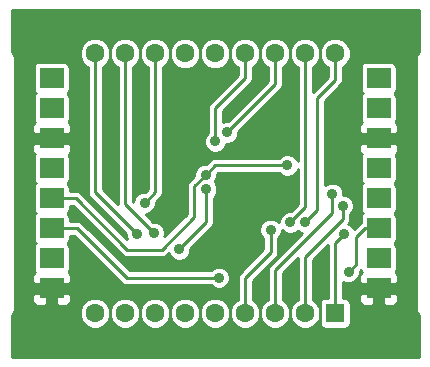
<source format=gbr>
G04 #@! TF.FileFunction,Copper,L2,Bot,Signal*
%FSLAX46Y46*%
G04 Gerber Fmt 4.6, Leading zero omitted, Abs format (unit mm)*
G04 Created by KiCad (PCBNEW (2015-12-09 BZR 6195)-product) date Mon Sep  5 18:49:27 2016*
%MOMM*%
G01*
G04 APERTURE LIST*
%ADD10C,0.100000*%
%ADD11R,1.600000X1.600000*%
%ADD12C,1.600000*%
%ADD13R,2.032000X1.778000*%
%ADD14C,1.143000*%
%ADD15C,0.889000*%
%ADD16C,0.254000*%
G04 APERTURE END LIST*
D10*
D11*
X154940000Y-110060000D03*
D12*
X152400000Y-110060000D03*
X149860000Y-110060000D03*
X147320000Y-110060000D03*
X144780000Y-110060000D03*
X142240000Y-110060000D03*
X139700000Y-110060000D03*
X137160000Y-110060000D03*
X134620000Y-110060000D03*
X134620000Y-88060000D03*
X137160000Y-88060000D03*
X139700000Y-88060000D03*
X142240000Y-88060000D03*
X144780000Y-88060000D03*
X147320000Y-88060000D03*
X149860000Y-88060000D03*
X152400000Y-88060000D03*
X154940000Y-88060000D03*
D13*
X130937000Y-90170000D03*
X130937000Y-92710000D03*
X130937000Y-95250000D03*
X130937000Y-97790000D03*
X130937000Y-100330000D03*
X130937000Y-102870000D03*
X130937000Y-105410000D03*
X130937000Y-107950000D03*
X158623000Y-107950000D03*
X158623000Y-105410000D03*
X158623000Y-102870000D03*
X158623000Y-100330000D03*
X158623000Y-97790000D03*
X158623000Y-95250000D03*
X158623000Y-92710000D03*
X158623000Y-90170000D03*
D14*
X148590000Y-111760000D03*
X140970000Y-111760000D03*
X140970000Y-86360000D03*
X148590000Y-86360000D03*
X141478000Y-92964000D03*
X141478000Y-94234000D03*
X145542000Y-105410000D03*
X147447000Y-103886000D03*
X133223000Y-99060000D03*
X158623000Y-111760000D03*
X130937000Y-111760000D03*
X130937000Y-86360000D03*
X158623000Y-86360000D03*
X155194000Y-91694000D03*
D15*
X150876000Y-97536000D03*
X143964052Y-98351948D03*
X156083000Y-106553000D03*
X145097520Y-107061000D03*
X141732006Y-104648000D03*
X144018000Y-99567998D03*
X138811000Y-100711000D03*
X138176000Y-103378000D03*
X139573000Y-103251000D03*
X149479000Y-102997000D03*
X151130000Y-102362000D03*
X152400000Y-102362000D03*
X155702000Y-103378000D03*
X155575000Y-100965000D03*
X154686000Y-99949000D03*
X144780000Y-95504000D03*
X145796000Y-94742000D03*
D16*
X140970000Y-86360000D02*
X138430000Y-86360000D01*
X143510000Y-86360000D02*
X140970000Y-86360000D01*
X146050000Y-86360000D02*
X143510000Y-86360000D01*
X148590000Y-86360000D02*
X146050000Y-86360000D01*
X146050000Y-111760000D02*
X146050000Y-105918000D01*
X146050000Y-105918000D02*
X145542000Y-105410000D01*
X141478000Y-92964000D02*
X141478000Y-94234000D01*
X153670000Y-111760000D02*
X153670000Y-108966000D01*
X151130000Y-111760000D02*
X151130000Y-109601000D01*
X148590000Y-111760000D02*
X148590000Y-109601000D01*
X143510000Y-111760000D02*
X143510000Y-109601000D01*
X140970000Y-111760000D02*
X140970000Y-109601000D01*
X138430000Y-111760000D02*
X138430000Y-109601000D01*
X146050000Y-111760000D02*
X143510000Y-111760000D01*
X143510000Y-111760000D02*
X140970000Y-111760000D01*
X140970000Y-111760000D02*
X138430000Y-111760000D01*
X138430000Y-111760000D02*
X135890000Y-111760000D01*
X135890000Y-111760000D02*
X135890000Y-109601000D01*
X148590000Y-86360000D02*
X148590000Y-88519000D01*
X138430000Y-86360000D02*
X138430000Y-88519000D01*
X140970000Y-86360000D02*
X140970000Y-88519000D01*
X143510000Y-86360000D02*
X143510000Y-88519000D01*
X146050000Y-86360000D02*
X146050000Y-88519000D01*
X151130000Y-86360000D02*
X151130000Y-88519000D01*
X153670000Y-86360000D02*
X153670000Y-88519000D01*
X148590000Y-86360000D02*
X151130000Y-86360000D01*
X151130000Y-86360000D02*
X153670000Y-86360000D01*
X135890000Y-86360000D02*
X135890000Y-88519000D01*
X145542000Y-105410000D02*
X146177000Y-105410000D01*
X146177000Y-105410000D02*
X147447000Y-103886000D01*
X130937000Y-95250000D02*
X132461000Y-95250000D01*
X133223000Y-96012000D02*
X133223000Y-99060000D01*
X132461000Y-95250000D02*
X133223000Y-96012000D01*
X158623000Y-111760000D02*
X153670000Y-111760000D01*
X153670000Y-111760000D02*
X151130000Y-111760000D01*
X151130000Y-111760000D02*
X148590000Y-111760000D01*
X148590000Y-111760000D02*
X146050000Y-111760000D01*
X138430000Y-86360000D02*
X135890000Y-86360000D01*
X135890000Y-86360000D02*
X130937000Y-86360000D01*
X156718000Y-89662000D02*
X156718000Y-88138000D01*
X155194000Y-91440000D02*
X156718000Y-89662000D01*
X156718000Y-88138000D02*
X158623000Y-86360000D01*
X155194000Y-91694000D02*
X155194000Y-91440000D01*
X150876000Y-97536000D02*
X144780000Y-97536000D01*
X144780000Y-97536000D02*
X143964052Y-98351948D01*
X143002000Y-101930198D02*
X143002000Y-99314000D01*
X137325099Y-104686099D02*
X140246099Y-104686099D01*
X130937000Y-100330000D02*
X132969000Y-100330000D01*
X132969000Y-100330000D02*
X137325099Y-104686099D01*
X140246099Y-104686099D02*
X143002000Y-101930198D01*
X143002000Y-99314000D02*
X143964052Y-98351948D01*
X156083000Y-106553000D02*
X156718000Y-105918000D01*
X156718000Y-103632000D02*
X157480000Y-102870000D01*
X156718000Y-105918000D02*
X156718000Y-103632000D01*
X157480000Y-102870000D02*
X158623000Y-102870000D01*
X158623000Y-102870000D02*
X158470600Y-102870000D01*
X133096000Y-102870000D02*
X137287000Y-107061000D01*
X130937000Y-102870000D02*
X133096000Y-102870000D01*
X137287000Y-107061000D02*
X145097520Y-107061000D01*
X144018000Y-102362006D02*
X144018000Y-99567998D01*
X141732006Y-104648000D02*
X144018000Y-102362006D01*
X138811000Y-100711000D02*
X139700000Y-99822000D01*
X139700000Y-99822000D02*
X139700000Y-88060000D01*
X134620000Y-99822000D02*
X134620000Y-88060000D01*
X138176000Y-103378000D02*
X134620000Y-99822000D01*
X137160000Y-100838000D02*
X139573000Y-103251000D01*
X137160000Y-88060000D02*
X137160000Y-100838000D01*
X149479000Y-104902000D02*
X149479000Y-102997000D01*
X147320000Y-107061000D02*
X149479000Y-104902000D01*
X147320000Y-110060000D02*
X147320000Y-107061000D01*
X151130000Y-102362000D02*
X152400000Y-101092000D01*
X152400000Y-101092000D02*
X152400000Y-88060000D01*
X152400000Y-102362000D02*
X153416010Y-101345990D01*
X153416010Y-101345990D02*
X153416010Y-91820990D01*
X153416010Y-91820990D02*
X154940000Y-90297000D01*
X154940000Y-90297000D02*
X154940000Y-88060000D01*
X155702000Y-103378000D02*
X154940000Y-104140000D01*
X154940000Y-104140000D02*
X154940000Y-110060000D01*
X155575000Y-100965000D02*
X155575000Y-102108000D01*
X155575000Y-102108000D02*
X152400000Y-105283000D01*
X152400000Y-105283000D02*
X152400000Y-110060000D01*
X154686000Y-99949000D02*
X154686000Y-101600000D01*
X154686000Y-101600000D02*
X149860000Y-106426000D01*
X149860000Y-106426000D02*
X149860000Y-110060000D01*
X147320000Y-88060000D02*
X147320000Y-90170000D01*
X147320000Y-90170000D02*
X144780000Y-92710000D01*
X144780000Y-92710000D02*
X144780000Y-95504000D01*
X147320000Y-88060000D02*
X147320000Y-88646000D01*
X149860000Y-88060000D02*
X149860000Y-90678000D01*
X149860000Y-90678000D02*
X145796000Y-94742000D01*
G36*
X162002000Y-87936920D02*
X161911434Y-87997434D01*
X161790475Y-88178463D01*
X161748000Y-88392000D01*
X161748000Y-109728000D01*
X161790475Y-109941537D01*
X161911434Y-110122566D01*
X162002000Y-110183080D01*
X162002000Y-113742000D01*
X127558000Y-113742000D01*
X127558000Y-110183080D01*
X127648566Y-110122566D01*
X127769525Y-109941537D01*
X127812000Y-109728000D01*
X127812000Y-108489750D01*
X129286000Y-108489750D01*
X129286000Y-108965310D01*
X129382673Y-109198699D01*
X129561302Y-109377327D01*
X129794691Y-109474000D01*
X130397250Y-109474000D01*
X130556000Y-109315250D01*
X130556000Y-108331000D01*
X131318000Y-108331000D01*
X131318000Y-109315250D01*
X131476750Y-109474000D01*
X132079309Y-109474000D01*
X132312698Y-109377327D01*
X132491327Y-109198699D01*
X132588000Y-108965310D01*
X132588000Y-108489750D01*
X132429250Y-108331000D01*
X131318000Y-108331000D01*
X130556000Y-108331000D01*
X129444750Y-108331000D01*
X129286000Y-108489750D01*
X127812000Y-108489750D01*
X127812000Y-95789750D01*
X129286000Y-95789750D01*
X129286000Y-96265310D01*
X129382673Y-96498699D01*
X129500524Y-96616550D01*
X129443855Y-96699488D01*
X129403048Y-96901000D01*
X129403048Y-98679000D01*
X129438470Y-98867253D01*
X129549728Y-99040153D01*
X129576927Y-99058737D01*
X129559847Y-99069728D01*
X129443855Y-99239488D01*
X129403048Y-99441000D01*
X129403048Y-101219000D01*
X129438470Y-101407253D01*
X129549728Y-101580153D01*
X129576927Y-101598737D01*
X129559847Y-101609728D01*
X129443855Y-101779488D01*
X129403048Y-101981000D01*
X129403048Y-103759000D01*
X129438470Y-103947253D01*
X129549728Y-104120153D01*
X129576927Y-104138737D01*
X129559847Y-104149728D01*
X129443855Y-104319488D01*
X129403048Y-104521000D01*
X129403048Y-106299000D01*
X129438470Y-106487253D01*
X129500431Y-106583543D01*
X129382673Y-106701301D01*
X129286000Y-106934690D01*
X129286000Y-107410250D01*
X129444750Y-107569000D01*
X130556000Y-107569000D01*
X130556000Y-107549000D01*
X131318000Y-107549000D01*
X131318000Y-107569000D01*
X132429250Y-107569000D01*
X132588000Y-107410250D01*
X132588000Y-106934690D01*
X132491327Y-106701301D01*
X132373476Y-106583450D01*
X132430145Y-106500512D01*
X132470952Y-106299000D01*
X132470952Y-104521000D01*
X132435530Y-104332747D01*
X132324272Y-104159847D01*
X132297073Y-104141263D01*
X132314153Y-104130272D01*
X132430145Y-103960512D01*
X132470952Y-103759000D01*
X132470952Y-103505000D01*
X132832974Y-103505000D01*
X136837987Y-107510013D01*
X137043996Y-107647664D01*
X137287000Y-107696000D01*
X144385548Y-107696000D01*
X144557267Y-107868020D01*
X144907225Y-108013335D01*
X145286153Y-108013665D01*
X145636363Y-107868961D01*
X145904540Y-107601253D01*
X146049855Y-107251295D01*
X146050185Y-106872367D01*
X145905481Y-106522157D01*
X145637773Y-106253980D01*
X145287815Y-106108665D01*
X144908887Y-106108335D01*
X144558677Y-106253039D01*
X144385413Y-106426000D01*
X137550026Y-106426000D01*
X133545013Y-102420987D01*
X133339004Y-102283336D01*
X133096000Y-102235000D01*
X132470952Y-102235000D01*
X132470952Y-101981000D01*
X132435530Y-101792747D01*
X132324272Y-101619847D01*
X132297073Y-101601263D01*
X132314153Y-101590272D01*
X132430145Y-101420512D01*
X132470952Y-101219000D01*
X132470952Y-100965000D01*
X132705974Y-100965000D01*
X136876086Y-105135112D01*
X137082094Y-105272763D01*
X137325099Y-105321099D01*
X140246099Y-105321099D01*
X140489103Y-105272763D01*
X140695112Y-105135112D01*
X140841984Y-104988240D01*
X140924045Y-105186843D01*
X141191753Y-105455020D01*
X141541711Y-105600335D01*
X141920639Y-105600665D01*
X142270849Y-105455961D01*
X142539026Y-105188253D01*
X142684341Y-104838295D01*
X142684554Y-104593478D01*
X144467013Y-102811019D01*
X144604664Y-102605010D01*
X144653000Y-102362006D01*
X144653000Y-100279970D01*
X144825020Y-100108251D01*
X144970335Y-99758293D01*
X144970665Y-99379365D01*
X144825961Y-99029155D01*
X144730088Y-98933114D01*
X144771072Y-98892201D01*
X144916387Y-98542243D01*
X144916600Y-98297426D01*
X145043026Y-98171000D01*
X150164028Y-98171000D01*
X150335747Y-98343020D01*
X150685705Y-98488335D01*
X151064633Y-98488665D01*
X151414843Y-98343961D01*
X151683020Y-98076253D01*
X151765000Y-97878823D01*
X151765000Y-100828974D01*
X151184427Y-101409547D01*
X150941367Y-101409335D01*
X150591157Y-101554039D01*
X150322980Y-101821747D01*
X150177665Y-102171705D01*
X150177511Y-102348515D01*
X150019253Y-102189980D01*
X149669295Y-102044665D01*
X149290367Y-102044335D01*
X148940157Y-102189039D01*
X148671980Y-102456747D01*
X148526665Y-102806705D01*
X148526335Y-103185633D01*
X148671039Y-103535843D01*
X148844000Y-103709107D01*
X148844000Y-104638974D01*
X146870987Y-106611987D01*
X146733336Y-106817996D01*
X146685000Y-107061000D01*
X146685000Y-108907119D01*
X146580046Y-108950485D01*
X146211778Y-109318110D01*
X146049848Y-109708082D01*
X145889515Y-109320046D01*
X145521890Y-108951778D01*
X145041319Y-108752228D01*
X144520964Y-108751774D01*
X144040046Y-108950485D01*
X143671778Y-109318110D01*
X143509848Y-109708082D01*
X143349515Y-109320046D01*
X142981890Y-108951778D01*
X142501319Y-108752228D01*
X141980964Y-108751774D01*
X141500046Y-108950485D01*
X141131778Y-109318110D01*
X140969848Y-109708082D01*
X140809515Y-109320046D01*
X140441890Y-108951778D01*
X139961319Y-108752228D01*
X139440964Y-108751774D01*
X138960046Y-108950485D01*
X138591778Y-109318110D01*
X138429848Y-109708082D01*
X138269515Y-109320046D01*
X137901890Y-108951778D01*
X137421319Y-108752228D01*
X136900964Y-108751774D01*
X136420046Y-108950485D01*
X136051778Y-109318110D01*
X135889848Y-109708082D01*
X135729515Y-109320046D01*
X135361890Y-108951778D01*
X134881319Y-108752228D01*
X134360964Y-108751774D01*
X133880046Y-108950485D01*
X133511778Y-109318110D01*
X133312228Y-109798681D01*
X133311774Y-110319036D01*
X133510485Y-110799954D01*
X133878110Y-111168222D01*
X134358681Y-111367772D01*
X134879036Y-111368226D01*
X135359954Y-111169515D01*
X135728222Y-110801890D01*
X135890152Y-110411918D01*
X136050485Y-110799954D01*
X136418110Y-111168222D01*
X136898681Y-111367772D01*
X137419036Y-111368226D01*
X137899954Y-111169515D01*
X138268222Y-110801890D01*
X138430152Y-110411918D01*
X138590485Y-110799954D01*
X138958110Y-111168222D01*
X139438681Y-111367772D01*
X139959036Y-111368226D01*
X140439954Y-111169515D01*
X140808222Y-110801890D01*
X140970152Y-110411918D01*
X141130485Y-110799954D01*
X141498110Y-111168222D01*
X141978681Y-111367772D01*
X142499036Y-111368226D01*
X142979954Y-111169515D01*
X143348222Y-110801890D01*
X143510152Y-110411918D01*
X143670485Y-110799954D01*
X144038110Y-111168222D01*
X144518681Y-111367772D01*
X145039036Y-111368226D01*
X145519954Y-111169515D01*
X145888222Y-110801890D01*
X146050152Y-110411918D01*
X146210485Y-110799954D01*
X146578110Y-111168222D01*
X147058681Y-111367772D01*
X147579036Y-111368226D01*
X148059954Y-111169515D01*
X148428222Y-110801890D01*
X148590152Y-110411918D01*
X148750485Y-110799954D01*
X149118110Y-111168222D01*
X149598681Y-111367772D01*
X150119036Y-111368226D01*
X150599954Y-111169515D01*
X150968222Y-110801890D01*
X151130152Y-110411918D01*
X151290485Y-110799954D01*
X151658110Y-111168222D01*
X152138681Y-111367772D01*
X152659036Y-111368226D01*
X153139954Y-111169515D01*
X153508222Y-110801890D01*
X153622048Y-110527766D01*
X153622048Y-110860000D01*
X153657470Y-111048253D01*
X153768728Y-111221153D01*
X153938488Y-111337145D01*
X154140000Y-111377952D01*
X155740000Y-111377952D01*
X155928253Y-111342530D01*
X156101153Y-111231272D01*
X156217145Y-111061512D01*
X156257952Y-110860000D01*
X156257952Y-109260000D01*
X156222530Y-109071747D01*
X156111272Y-108898847D01*
X155941512Y-108782855D01*
X155740000Y-108742048D01*
X155575000Y-108742048D01*
X155575000Y-108489750D01*
X156972000Y-108489750D01*
X156972000Y-108965310D01*
X157068673Y-109198699D01*
X157247302Y-109377327D01*
X157480691Y-109474000D01*
X158083250Y-109474000D01*
X158242000Y-109315250D01*
X158242000Y-108331000D01*
X159004000Y-108331000D01*
X159004000Y-109315250D01*
X159162750Y-109474000D01*
X159765309Y-109474000D01*
X159998698Y-109377327D01*
X160177327Y-109198699D01*
X160274000Y-108965310D01*
X160274000Y-108489750D01*
X160115250Y-108331000D01*
X159004000Y-108331000D01*
X158242000Y-108331000D01*
X157130750Y-108331000D01*
X156972000Y-108489750D01*
X155575000Y-108489750D01*
X155575000Y-107373413D01*
X155892705Y-107505335D01*
X156271633Y-107505665D01*
X156621843Y-107360961D01*
X156890020Y-107093253D01*
X157035335Y-106743295D01*
X157035548Y-106498478D01*
X157112166Y-106421860D01*
X157124470Y-106487253D01*
X157186431Y-106583543D01*
X157068673Y-106701301D01*
X156972000Y-106934690D01*
X156972000Y-107410250D01*
X157130750Y-107569000D01*
X158242000Y-107569000D01*
X158242000Y-107549000D01*
X159004000Y-107549000D01*
X159004000Y-107569000D01*
X160115250Y-107569000D01*
X160274000Y-107410250D01*
X160274000Y-106934690D01*
X160177327Y-106701301D01*
X160059476Y-106583450D01*
X160116145Y-106500512D01*
X160156952Y-106299000D01*
X160156952Y-104521000D01*
X160121530Y-104332747D01*
X160010272Y-104159847D01*
X159983073Y-104141263D01*
X160000153Y-104130272D01*
X160116145Y-103960512D01*
X160156952Y-103759000D01*
X160156952Y-101981000D01*
X160121530Y-101792747D01*
X160010272Y-101619847D01*
X159983073Y-101601263D01*
X160000153Y-101590272D01*
X160116145Y-101420512D01*
X160156952Y-101219000D01*
X160156952Y-99441000D01*
X160121530Y-99252747D01*
X160010272Y-99079847D01*
X159983073Y-99061263D01*
X160000153Y-99050272D01*
X160116145Y-98880512D01*
X160156952Y-98679000D01*
X160156952Y-96901000D01*
X160121530Y-96712747D01*
X160059569Y-96616457D01*
X160177327Y-96498699D01*
X160274000Y-96265310D01*
X160274000Y-95789750D01*
X160115250Y-95631000D01*
X159004000Y-95631000D01*
X159004000Y-95651000D01*
X158242000Y-95651000D01*
X158242000Y-95631000D01*
X157130750Y-95631000D01*
X156972000Y-95789750D01*
X156972000Y-96265310D01*
X157068673Y-96498699D01*
X157186524Y-96616550D01*
X157129855Y-96699488D01*
X157089048Y-96901000D01*
X157089048Y-98679000D01*
X157124470Y-98867253D01*
X157235728Y-99040153D01*
X157262927Y-99058737D01*
X157245847Y-99069728D01*
X157129855Y-99239488D01*
X157089048Y-99441000D01*
X157089048Y-101219000D01*
X157124470Y-101407253D01*
X157235728Y-101580153D01*
X157262927Y-101598737D01*
X157245847Y-101609728D01*
X157129855Y-101779488D01*
X157089048Y-101981000D01*
X157089048Y-102382192D01*
X157030987Y-102420987D01*
X156540034Y-102911940D01*
X156509961Y-102839157D01*
X156242253Y-102570980D01*
X156064107Y-102497008D01*
X156161664Y-102351004D01*
X156210000Y-102108000D01*
X156210000Y-101676972D01*
X156382020Y-101505253D01*
X156527335Y-101155295D01*
X156527665Y-100776367D01*
X156382961Y-100426157D01*
X156115253Y-100157980D01*
X155765295Y-100012665D01*
X155638445Y-100012555D01*
X155638665Y-99760367D01*
X155493961Y-99410157D01*
X155226253Y-99141980D01*
X154876295Y-98996665D01*
X154497367Y-98996335D01*
X154147157Y-99141039D01*
X154051010Y-99237018D01*
X154051010Y-94234690D01*
X156972000Y-94234690D01*
X156972000Y-94710250D01*
X157130750Y-94869000D01*
X158242000Y-94869000D01*
X158242000Y-94849000D01*
X159004000Y-94849000D01*
X159004000Y-94869000D01*
X160115250Y-94869000D01*
X160274000Y-94710250D01*
X160274000Y-94234690D01*
X160177327Y-94001301D01*
X160059476Y-93883450D01*
X160116145Y-93800512D01*
X160156952Y-93599000D01*
X160156952Y-91821000D01*
X160121530Y-91632747D01*
X160010272Y-91459847D01*
X159983073Y-91441263D01*
X160000153Y-91430272D01*
X160116145Y-91260512D01*
X160156952Y-91059000D01*
X160156952Y-89281000D01*
X160121530Y-89092747D01*
X160010272Y-88919847D01*
X159840512Y-88803855D01*
X159639000Y-88763048D01*
X157607000Y-88763048D01*
X157418747Y-88798470D01*
X157245847Y-88909728D01*
X157129855Y-89079488D01*
X157089048Y-89281000D01*
X157089048Y-91059000D01*
X157124470Y-91247253D01*
X157235728Y-91420153D01*
X157262927Y-91438737D01*
X157245847Y-91449728D01*
X157129855Y-91619488D01*
X157089048Y-91821000D01*
X157089048Y-93599000D01*
X157124470Y-93787253D01*
X157186431Y-93883543D01*
X157068673Y-94001301D01*
X156972000Y-94234690D01*
X154051010Y-94234690D01*
X154051010Y-92084016D01*
X155389013Y-90746013D01*
X155526664Y-90540005D01*
X155575000Y-90297000D01*
X155575000Y-89212881D01*
X155679954Y-89169515D01*
X156048222Y-88801890D01*
X156247772Y-88321319D01*
X156248226Y-87800964D01*
X156049515Y-87320046D01*
X155681890Y-86951778D01*
X155201319Y-86752228D01*
X154680964Y-86751774D01*
X154200046Y-86950485D01*
X153831778Y-87318110D01*
X153669848Y-87708082D01*
X153509515Y-87320046D01*
X153141890Y-86951778D01*
X152661319Y-86752228D01*
X152140964Y-86751774D01*
X151660046Y-86950485D01*
X151291778Y-87318110D01*
X151129848Y-87708082D01*
X150969515Y-87320046D01*
X150601890Y-86951778D01*
X150121319Y-86752228D01*
X149600964Y-86751774D01*
X149120046Y-86950485D01*
X148751778Y-87318110D01*
X148589848Y-87708082D01*
X148429515Y-87320046D01*
X148061890Y-86951778D01*
X147581319Y-86752228D01*
X147060964Y-86751774D01*
X146580046Y-86950485D01*
X146211778Y-87318110D01*
X146049848Y-87708082D01*
X145889515Y-87320046D01*
X145521890Y-86951778D01*
X145041319Y-86752228D01*
X144520964Y-86751774D01*
X144040046Y-86950485D01*
X143671778Y-87318110D01*
X143509848Y-87708082D01*
X143349515Y-87320046D01*
X142981890Y-86951778D01*
X142501319Y-86752228D01*
X141980964Y-86751774D01*
X141500046Y-86950485D01*
X141131778Y-87318110D01*
X140969848Y-87708082D01*
X140809515Y-87320046D01*
X140441890Y-86951778D01*
X139961319Y-86752228D01*
X139440964Y-86751774D01*
X138960046Y-86950485D01*
X138591778Y-87318110D01*
X138429848Y-87708082D01*
X138269515Y-87320046D01*
X137901890Y-86951778D01*
X137421319Y-86752228D01*
X136900964Y-86751774D01*
X136420046Y-86950485D01*
X136051778Y-87318110D01*
X135889848Y-87708082D01*
X135729515Y-87320046D01*
X135361890Y-86951778D01*
X134881319Y-86752228D01*
X134360964Y-86751774D01*
X133880046Y-86950485D01*
X133511778Y-87318110D01*
X133312228Y-87798681D01*
X133311774Y-88319036D01*
X133510485Y-88799954D01*
X133878110Y-89168222D01*
X133985000Y-89212606D01*
X133985000Y-99822000D01*
X134033336Y-100065004D01*
X134170987Y-100271013D01*
X137223547Y-103323573D01*
X137223335Y-103566633D01*
X137307603Y-103770577D01*
X133418013Y-99880987D01*
X133212004Y-99743336D01*
X132969000Y-99695000D01*
X132470952Y-99695000D01*
X132470952Y-99441000D01*
X132435530Y-99252747D01*
X132324272Y-99079847D01*
X132297073Y-99061263D01*
X132314153Y-99050272D01*
X132430145Y-98880512D01*
X132470952Y-98679000D01*
X132470952Y-96901000D01*
X132435530Y-96712747D01*
X132373569Y-96616457D01*
X132491327Y-96498699D01*
X132588000Y-96265310D01*
X132588000Y-95789750D01*
X132429250Y-95631000D01*
X131318000Y-95631000D01*
X131318000Y-95651000D01*
X130556000Y-95651000D01*
X130556000Y-95631000D01*
X129444750Y-95631000D01*
X129286000Y-95789750D01*
X127812000Y-95789750D01*
X127812000Y-94234690D01*
X129286000Y-94234690D01*
X129286000Y-94710250D01*
X129444750Y-94869000D01*
X130556000Y-94869000D01*
X130556000Y-94849000D01*
X131318000Y-94849000D01*
X131318000Y-94869000D01*
X132429250Y-94869000D01*
X132588000Y-94710250D01*
X132588000Y-94234690D01*
X132491327Y-94001301D01*
X132373476Y-93883450D01*
X132430145Y-93800512D01*
X132470952Y-93599000D01*
X132470952Y-91821000D01*
X132435530Y-91632747D01*
X132324272Y-91459847D01*
X132297073Y-91441263D01*
X132314153Y-91430272D01*
X132430145Y-91260512D01*
X132470952Y-91059000D01*
X132470952Y-89281000D01*
X132435530Y-89092747D01*
X132324272Y-88919847D01*
X132154512Y-88803855D01*
X131953000Y-88763048D01*
X129921000Y-88763048D01*
X129732747Y-88798470D01*
X129559847Y-88909728D01*
X129443855Y-89079488D01*
X129403048Y-89281000D01*
X129403048Y-91059000D01*
X129438470Y-91247253D01*
X129549728Y-91420153D01*
X129576927Y-91438737D01*
X129559847Y-91449728D01*
X129443855Y-91619488D01*
X129403048Y-91821000D01*
X129403048Y-93599000D01*
X129438470Y-93787253D01*
X129500431Y-93883543D01*
X129382673Y-94001301D01*
X129286000Y-94234690D01*
X127812000Y-94234690D01*
X127812000Y-88392000D01*
X127769525Y-88178463D01*
X127648566Y-87997434D01*
X127558000Y-87936920D01*
X127558000Y-84378000D01*
X162002000Y-84378000D01*
X162002000Y-87936920D01*
X162002000Y-87936920D01*
G37*
X162002000Y-87936920D02*
X161911434Y-87997434D01*
X161790475Y-88178463D01*
X161748000Y-88392000D01*
X161748000Y-109728000D01*
X161790475Y-109941537D01*
X161911434Y-110122566D01*
X162002000Y-110183080D01*
X162002000Y-113742000D01*
X127558000Y-113742000D01*
X127558000Y-110183080D01*
X127648566Y-110122566D01*
X127769525Y-109941537D01*
X127812000Y-109728000D01*
X127812000Y-108489750D01*
X129286000Y-108489750D01*
X129286000Y-108965310D01*
X129382673Y-109198699D01*
X129561302Y-109377327D01*
X129794691Y-109474000D01*
X130397250Y-109474000D01*
X130556000Y-109315250D01*
X130556000Y-108331000D01*
X131318000Y-108331000D01*
X131318000Y-109315250D01*
X131476750Y-109474000D01*
X132079309Y-109474000D01*
X132312698Y-109377327D01*
X132491327Y-109198699D01*
X132588000Y-108965310D01*
X132588000Y-108489750D01*
X132429250Y-108331000D01*
X131318000Y-108331000D01*
X130556000Y-108331000D01*
X129444750Y-108331000D01*
X129286000Y-108489750D01*
X127812000Y-108489750D01*
X127812000Y-95789750D01*
X129286000Y-95789750D01*
X129286000Y-96265310D01*
X129382673Y-96498699D01*
X129500524Y-96616550D01*
X129443855Y-96699488D01*
X129403048Y-96901000D01*
X129403048Y-98679000D01*
X129438470Y-98867253D01*
X129549728Y-99040153D01*
X129576927Y-99058737D01*
X129559847Y-99069728D01*
X129443855Y-99239488D01*
X129403048Y-99441000D01*
X129403048Y-101219000D01*
X129438470Y-101407253D01*
X129549728Y-101580153D01*
X129576927Y-101598737D01*
X129559847Y-101609728D01*
X129443855Y-101779488D01*
X129403048Y-101981000D01*
X129403048Y-103759000D01*
X129438470Y-103947253D01*
X129549728Y-104120153D01*
X129576927Y-104138737D01*
X129559847Y-104149728D01*
X129443855Y-104319488D01*
X129403048Y-104521000D01*
X129403048Y-106299000D01*
X129438470Y-106487253D01*
X129500431Y-106583543D01*
X129382673Y-106701301D01*
X129286000Y-106934690D01*
X129286000Y-107410250D01*
X129444750Y-107569000D01*
X130556000Y-107569000D01*
X130556000Y-107549000D01*
X131318000Y-107549000D01*
X131318000Y-107569000D01*
X132429250Y-107569000D01*
X132588000Y-107410250D01*
X132588000Y-106934690D01*
X132491327Y-106701301D01*
X132373476Y-106583450D01*
X132430145Y-106500512D01*
X132470952Y-106299000D01*
X132470952Y-104521000D01*
X132435530Y-104332747D01*
X132324272Y-104159847D01*
X132297073Y-104141263D01*
X132314153Y-104130272D01*
X132430145Y-103960512D01*
X132470952Y-103759000D01*
X132470952Y-103505000D01*
X132832974Y-103505000D01*
X136837987Y-107510013D01*
X137043996Y-107647664D01*
X137287000Y-107696000D01*
X144385548Y-107696000D01*
X144557267Y-107868020D01*
X144907225Y-108013335D01*
X145286153Y-108013665D01*
X145636363Y-107868961D01*
X145904540Y-107601253D01*
X146049855Y-107251295D01*
X146050185Y-106872367D01*
X145905481Y-106522157D01*
X145637773Y-106253980D01*
X145287815Y-106108665D01*
X144908887Y-106108335D01*
X144558677Y-106253039D01*
X144385413Y-106426000D01*
X137550026Y-106426000D01*
X133545013Y-102420987D01*
X133339004Y-102283336D01*
X133096000Y-102235000D01*
X132470952Y-102235000D01*
X132470952Y-101981000D01*
X132435530Y-101792747D01*
X132324272Y-101619847D01*
X132297073Y-101601263D01*
X132314153Y-101590272D01*
X132430145Y-101420512D01*
X132470952Y-101219000D01*
X132470952Y-100965000D01*
X132705974Y-100965000D01*
X136876086Y-105135112D01*
X137082094Y-105272763D01*
X137325099Y-105321099D01*
X140246099Y-105321099D01*
X140489103Y-105272763D01*
X140695112Y-105135112D01*
X140841984Y-104988240D01*
X140924045Y-105186843D01*
X141191753Y-105455020D01*
X141541711Y-105600335D01*
X141920639Y-105600665D01*
X142270849Y-105455961D01*
X142539026Y-105188253D01*
X142684341Y-104838295D01*
X142684554Y-104593478D01*
X144467013Y-102811019D01*
X144604664Y-102605010D01*
X144653000Y-102362006D01*
X144653000Y-100279970D01*
X144825020Y-100108251D01*
X144970335Y-99758293D01*
X144970665Y-99379365D01*
X144825961Y-99029155D01*
X144730088Y-98933114D01*
X144771072Y-98892201D01*
X144916387Y-98542243D01*
X144916600Y-98297426D01*
X145043026Y-98171000D01*
X150164028Y-98171000D01*
X150335747Y-98343020D01*
X150685705Y-98488335D01*
X151064633Y-98488665D01*
X151414843Y-98343961D01*
X151683020Y-98076253D01*
X151765000Y-97878823D01*
X151765000Y-100828974D01*
X151184427Y-101409547D01*
X150941367Y-101409335D01*
X150591157Y-101554039D01*
X150322980Y-101821747D01*
X150177665Y-102171705D01*
X150177511Y-102348515D01*
X150019253Y-102189980D01*
X149669295Y-102044665D01*
X149290367Y-102044335D01*
X148940157Y-102189039D01*
X148671980Y-102456747D01*
X148526665Y-102806705D01*
X148526335Y-103185633D01*
X148671039Y-103535843D01*
X148844000Y-103709107D01*
X148844000Y-104638974D01*
X146870987Y-106611987D01*
X146733336Y-106817996D01*
X146685000Y-107061000D01*
X146685000Y-108907119D01*
X146580046Y-108950485D01*
X146211778Y-109318110D01*
X146049848Y-109708082D01*
X145889515Y-109320046D01*
X145521890Y-108951778D01*
X145041319Y-108752228D01*
X144520964Y-108751774D01*
X144040046Y-108950485D01*
X143671778Y-109318110D01*
X143509848Y-109708082D01*
X143349515Y-109320046D01*
X142981890Y-108951778D01*
X142501319Y-108752228D01*
X141980964Y-108751774D01*
X141500046Y-108950485D01*
X141131778Y-109318110D01*
X140969848Y-109708082D01*
X140809515Y-109320046D01*
X140441890Y-108951778D01*
X139961319Y-108752228D01*
X139440964Y-108751774D01*
X138960046Y-108950485D01*
X138591778Y-109318110D01*
X138429848Y-109708082D01*
X138269515Y-109320046D01*
X137901890Y-108951778D01*
X137421319Y-108752228D01*
X136900964Y-108751774D01*
X136420046Y-108950485D01*
X136051778Y-109318110D01*
X135889848Y-109708082D01*
X135729515Y-109320046D01*
X135361890Y-108951778D01*
X134881319Y-108752228D01*
X134360964Y-108751774D01*
X133880046Y-108950485D01*
X133511778Y-109318110D01*
X133312228Y-109798681D01*
X133311774Y-110319036D01*
X133510485Y-110799954D01*
X133878110Y-111168222D01*
X134358681Y-111367772D01*
X134879036Y-111368226D01*
X135359954Y-111169515D01*
X135728222Y-110801890D01*
X135890152Y-110411918D01*
X136050485Y-110799954D01*
X136418110Y-111168222D01*
X136898681Y-111367772D01*
X137419036Y-111368226D01*
X137899954Y-111169515D01*
X138268222Y-110801890D01*
X138430152Y-110411918D01*
X138590485Y-110799954D01*
X138958110Y-111168222D01*
X139438681Y-111367772D01*
X139959036Y-111368226D01*
X140439954Y-111169515D01*
X140808222Y-110801890D01*
X140970152Y-110411918D01*
X141130485Y-110799954D01*
X141498110Y-111168222D01*
X141978681Y-111367772D01*
X142499036Y-111368226D01*
X142979954Y-111169515D01*
X143348222Y-110801890D01*
X143510152Y-110411918D01*
X143670485Y-110799954D01*
X144038110Y-111168222D01*
X144518681Y-111367772D01*
X145039036Y-111368226D01*
X145519954Y-111169515D01*
X145888222Y-110801890D01*
X146050152Y-110411918D01*
X146210485Y-110799954D01*
X146578110Y-111168222D01*
X147058681Y-111367772D01*
X147579036Y-111368226D01*
X148059954Y-111169515D01*
X148428222Y-110801890D01*
X148590152Y-110411918D01*
X148750485Y-110799954D01*
X149118110Y-111168222D01*
X149598681Y-111367772D01*
X150119036Y-111368226D01*
X150599954Y-111169515D01*
X150968222Y-110801890D01*
X151130152Y-110411918D01*
X151290485Y-110799954D01*
X151658110Y-111168222D01*
X152138681Y-111367772D01*
X152659036Y-111368226D01*
X153139954Y-111169515D01*
X153508222Y-110801890D01*
X153622048Y-110527766D01*
X153622048Y-110860000D01*
X153657470Y-111048253D01*
X153768728Y-111221153D01*
X153938488Y-111337145D01*
X154140000Y-111377952D01*
X155740000Y-111377952D01*
X155928253Y-111342530D01*
X156101153Y-111231272D01*
X156217145Y-111061512D01*
X156257952Y-110860000D01*
X156257952Y-109260000D01*
X156222530Y-109071747D01*
X156111272Y-108898847D01*
X155941512Y-108782855D01*
X155740000Y-108742048D01*
X155575000Y-108742048D01*
X155575000Y-108489750D01*
X156972000Y-108489750D01*
X156972000Y-108965310D01*
X157068673Y-109198699D01*
X157247302Y-109377327D01*
X157480691Y-109474000D01*
X158083250Y-109474000D01*
X158242000Y-109315250D01*
X158242000Y-108331000D01*
X159004000Y-108331000D01*
X159004000Y-109315250D01*
X159162750Y-109474000D01*
X159765309Y-109474000D01*
X159998698Y-109377327D01*
X160177327Y-109198699D01*
X160274000Y-108965310D01*
X160274000Y-108489750D01*
X160115250Y-108331000D01*
X159004000Y-108331000D01*
X158242000Y-108331000D01*
X157130750Y-108331000D01*
X156972000Y-108489750D01*
X155575000Y-108489750D01*
X155575000Y-107373413D01*
X155892705Y-107505335D01*
X156271633Y-107505665D01*
X156621843Y-107360961D01*
X156890020Y-107093253D01*
X157035335Y-106743295D01*
X157035548Y-106498478D01*
X157112166Y-106421860D01*
X157124470Y-106487253D01*
X157186431Y-106583543D01*
X157068673Y-106701301D01*
X156972000Y-106934690D01*
X156972000Y-107410250D01*
X157130750Y-107569000D01*
X158242000Y-107569000D01*
X158242000Y-107549000D01*
X159004000Y-107549000D01*
X159004000Y-107569000D01*
X160115250Y-107569000D01*
X160274000Y-107410250D01*
X160274000Y-106934690D01*
X160177327Y-106701301D01*
X160059476Y-106583450D01*
X160116145Y-106500512D01*
X160156952Y-106299000D01*
X160156952Y-104521000D01*
X160121530Y-104332747D01*
X160010272Y-104159847D01*
X159983073Y-104141263D01*
X160000153Y-104130272D01*
X160116145Y-103960512D01*
X160156952Y-103759000D01*
X160156952Y-101981000D01*
X160121530Y-101792747D01*
X160010272Y-101619847D01*
X159983073Y-101601263D01*
X160000153Y-101590272D01*
X160116145Y-101420512D01*
X160156952Y-101219000D01*
X160156952Y-99441000D01*
X160121530Y-99252747D01*
X160010272Y-99079847D01*
X159983073Y-99061263D01*
X160000153Y-99050272D01*
X160116145Y-98880512D01*
X160156952Y-98679000D01*
X160156952Y-96901000D01*
X160121530Y-96712747D01*
X160059569Y-96616457D01*
X160177327Y-96498699D01*
X160274000Y-96265310D01*
X160274000Y-95789750D01*
X160115250Y-95631000D01*
X159004000Y-95631000D01*
X159004000Y-95651000D01*
X158242000Y-95651000D01*
X158242000Y-95631000D01*
X157130750Y-95631000D01*
X156972000Y-95789750D01*
X156972000Y-96265310D01*
X157068673Y-96498699D01*
X157186524Y-96616550D01*
X157129855Y-96699488D01*
X157089048Y-96901000D01*
X157089048Y-98679000D01*
X157124470Y-98867253D01*
X157235728Y-99040153D01*
X157262927Y-99058737D01*
X157245847Y-99069728D01*
X157129855Y-99239488D01*
X157089048Y-99441000D01*
X157089048Y-101219000D01*
X157124470Y-101407253D01*
X157235728Y-101580153D01*
X157262927Y-101598737D01*
X157245847Y-101609728D01*
X157129855Y-101779488D01*
X157089048Y-101981000D01*
X157089048Y-102382192D01*
X157030987Y-102420987D01*
X156540034Y-102911940D01*
X156509961Y-102839157D01*
X156242253Y-102570980D01*
X156064107Y-102497008D01*
X156161664Y-102351004D01*
X156210000Y-102108000D01*
X156210000Y-101676972D01*
X156382020Y-101505253D01*
X156527335Y-101155295D01*
X156527665Y-100776367D01*
X156382961Y-100426157D01*
X156115253Y-100157980D01*
X155765295Y-100012665D01*
X155638445Y-100012555D01*
X155638665Y-99760367D01*
X155493961Y-99410157D01*
X155226253Y-99141980D01*
X154876295Y-98996665D01*
X154497367Y-98996335D01*
X154147157Y-99141039D01*
X154051010Y-99237018D01*
X154051010Y-94234690D01*
X156972000Y-94234690D01*
X156972000Y-94710250D01*
X157130750Y-94869000D01*
X158242000Y-94869000D01*
X158242000Y-94849000D01*
X159004000Y-94849000D01*
X159004000Y-94869000D01*
X160115250Y-94869000D01*
X160274000Y-94710250D01*
X160274000Y-94234690D01*
X160177327Y-94001301D01*
X160059476Y-93883450D01*
X160116145Y-93800512D01*
X160156952Y-93599000D01*
X160156952Y-91821000D01*
X160121530Y-91632747D01*
X160010272Y-91459847D01*
X159983073Y-91441263D01*
X160000153Y-91430272D01*
X160116145Y-91260512D01*
X160156952Y-91059000D01*
X160156952Y-89281000D01*
X160121530Y-89092747D01*
X160010272Y-88919847D01*
X159840512Y-88803855D01*
X159639000Y-88763048D01*
X157607000Y-88763048D01*
X157418747Y-88798470D01*
X157245847Y-88909728D01*
X157129855Y-89079488D01*
X157089048Y-89281000D01*
X157089048Y-91059000D01*
X157124470Y-91247253D01*
X157235728Y-91420153D01*
X157262927Y-91438737D01*
X157245847Y-91449728D01*
X157129855Y-91619488D01*
X157089048Y-91821000D01*
X157089048Y-93599000D01*
X157124470Y-93787253D01*
X157186431Y-93883543D01*
X157068673Y-94001301D01*
X156972000Y-94234690D01*
X154051010Y-94234690D01*
X154051010Y-92084016D01*
X155389013Y-90746013D01*
X155526664Y-90540005D01*
X155575000Y-90297000D01*
X155575000Y-89212881D01*
X155679954Y-89169515D01*
X156048222Y-88801890D01*
X156247772Y-88321319D01*
X156248226Y-87800964D01*
X156049515Y-87320046D01*
X155681890Y-86951778D01*
X155201319Y-86752228D01*
X154680964Y-86751774D01*
X154200046Y-86950485D01*
X153831778Y-87318110D01*
X153669848Y-87708082D01*
X153509515Y-87320046D01*
X153141890Y-86951778D01*
X152661319Y-86752228D01*
X152140964Y-86751774D01*
X151660046Y-86950485D01*
X151291778Y-87318110D01*
X151129848Y-87708082D01*
X150969515Y-87320046D01*
X150601890Y-86951778D01*
X150121319Y-86752228D01*
X149600964Y-86751774D01*
X149120046Y-86950485D01*
X148751778Y-87318110D01*
X148589848Y-87708082D01*
X148429515Y-87320046D01*
X148061890Y-86951778D01*
X147581319Y-86752228D01*
X147060964Y-86751774D01*
X146580046Y-86950485D01*
X146211778Y-87318110D01*
X146049848Y-87708082D01*
X145889515Y-87320046D01*
X145521890Y-86951778D01*
X145041319Y-86752228D01*
X144520964Y-86751774D01*
X144040046Y-86950485D01*
X143671778Y-87318110D01*
X143509848Y-87708082D01*
X143349515Y-87320046D01*
X142981890Y-86951778D01*
X142501319Y-86752228D01*
X141980964Y-86751774D01*
X141500046Y-86950485D01*
X141131778Y-87318110D01*
X140969848Y-87708082D01*
X140809515Y-87320046D01*
X140441890Y-86951778D01*
X139961319Y-86752228D01*
X139440964Y-86751774D01*
X138960046Y-86950485D01*
X138591778Y-87318110D01*
X138429848Y-87708082D01*
X138269515Y-87320046D01*
X137901890Y-86951778D01*
X137421319Y-86752228D01*
X136900964Y-86751774D01*
X136420046Y-86950485D01*
X136051778Y-87318110D01*
X135889848Y-87708082D01*
X135729515Y-87320046D01*
X135361890Y-86951778D01*
X134881319Y-86752228D01*
X134360964Y-86751774D01*
X133880046Y-86950485D01*
X133511778Y-87318110D01*
X133312228Y-87798681D01*
X133311774Y-88319036D01*
X133510485Y-88799954D01*
X133878110Y-89168222D01*
X133985000Y-89212606D01*
X133985000Y-99822000D01*
X134033336Y-100065004D01*
X134170987Y-100271013D01*
X137223547Y-103323573D01*
X137223335Y-103566633D01*
X137307603Y-103770577D01*
X133418013Y-99880987D01*
X133212004Y-99743336D01*
X132969000Y-99695000D01*
X132470952Y-99695000D01*
X132470952Y-99441000D01*
X132435530Y-99252747D01*
X132324272Y-99079847D01*
X132297073Y-99061263D01*
X132314153Y-99050272D01*
X132430145Y-98880512D01*
X132470952Y-98679000D01*
X132470952Y-96901000D01*
X132435530Y-96712747D01*
X132373569Y-96616457D01*
X132491327Y-96498699D01*
X132588000Y-96265310D01*
X132588000Y-95789750D01*
X132429250Y-95631000D01*
X131318000Y-95631000D01*
X131318000Y-95651000D01*
X130556000Y-95651000D01*
X130556000Y-95631000D01*
X129444750Y-95631000D01*
X129286000Y-95789750D01*
X127812000Y-95789750D01*
X127812000Y-94234690D01*
X129286000Y-94234690D01*
X129286000Y-94710250D01*
X129444750Y-94869000D01*
X130556000Y-94869000D01*
X130556000Y-94849000D01*
X131318000Y-94849000D01*
X131318000Y-94869000D01*
X132429250Y-94869000D01*
X132588000Y-94710250D01*
X132588000Y-94234690D01*
X132491327Y-94001301D01*
X132373476Y-93883450D01*
X132430145Y-93800512D01*
X132470952Y-93599000D01*
X132470952Y-91821000D01*
X132435530Y-91632747D01*
X132324272Y-91459847D01*
X132297073Y-91441263D01*
X132314153Y-91430272D01*
X132430145Y-91260512D01*
X132470952Y-91059000D01*
X132470952Y-89281000D01*
X132435530Y-89092747D01*
X132324272Y-88919847D01*
X132154512Y-88803855D01*
X131953000Y-88763048D01*
X129921000Y-88763048D01*
X129732747Y-88798470D01*
X129559847Y-88909728D01*
X129443855Y-89079488D01*
X129403048Y-89281000D01*
X129403048Y-91059000D01*
X129438470Y-91247253D01*
X129549728Y-91420153D01*
X129576927Y-91438737D01*
X129559847Y-91449728D01*
X129443855Y-91619488D01*
X129403048Y-91821000D01*
X129403048Y-93599000D01*
X129438470Y-93787253D01*
X129500431Y-93883543D01*
X129382673Y-94001301D01*
X129286000Y-94234690D01*
X127812000Y-94234690D01*
X127812000Y-88392000D01*
X127769525Y-88178463D01*
X127648566Y-87997434D01*
X127558000Y-87936920D01*
X127558000Y-84378000D01*
X162002000Y-84378000D01*
X162002000Y-87936920D01*
G36*
X151765000Y-108907119D02*
X151660046Y-108950485D01*
X151291778Y-109318110D01*
X151129848Y-109708082D01*
X150969515Y-109320046D01*
X150601890Y-108951778D01*
X150495000Y-108907394D01*
X150495000Y-106689026D01*
X151765000Y-105419026D01*
X151765000Y-108907119D01*
X151765000Y-108907119D01*
G37*
X151765000Y-108907119D02*
X151660046Y-108950485D01*
X151291778Y-109318110D01*
X151129848Y-109708082D01*
X150969515Y-109320046D01*
X150601890Y-108951778D01*
X150495000Y-108907394D01*
X150495000Y-106689026D01*
X151765000Y-105419026D01*
X151765000Y-108907119D01*
G36*
X150589747Y-103169020D02*
X150939705Y-103314335D01*
X151318633Y-103314665D01*
X151668843Y-103169961D01*
X151764933Y-103074039D01*
X151859747Y-103169020D01*
X152113561Y-103274413D01*
X149410987Y-105976987D01*
X149273336Y-106182996D01*
X149225000Y-106426000D01*
X149225000Y-108907119D01*
X149120046Y-108950485D01*
X148751778Y-109318110D01*
X148589848Y-109708082D01*
X148429515Y-109320046D01*
X148061890Y-108951778D01*
X147955000Y-108907394D01*
X147955000Y-107324026D01*
X149928013Y-105351013D01*
X150065664Y-105145004D01*
X150114000Y-104902000D01*
X150114000Y-103708972D01*
X150286020Y-103537253D01*
X150431335Y-103187295D01*
X150431489Y-103010485D01*
X150589747Y-103169020D01*
X150589747Y-103169020D01*
G37*
X150589747Y-103169020D02*
X150939705Y-103314335D01*
X151318633Y-103314665D01*
X151668843Y-103169961D01*
X151764933Y-103074039D01*
X151859747Y-103169020D01*
X152113561Y-103274413D01*
X149410987Y-105976987D01*
X149273336Y-106182996D01*
X149225000Y-106426000D01*
X149225000Y-108907119D01*
X149120046Y-108950485D01*
X148751778Y-109318110D01*
X148589848Y-109708082D01*
X148429515Y-109320046D01*
X148061890Y-108951778D01*
X147955000Y-108907394D01*
X147955000Y-107324026D01*
X149928013Y-105351013D01*
X150065664Y-105145004D01*
X150114000Y-104902000D01*
X150114000Y-103708972D01*
X150286020Y-103537253D01*
X150431335Y-103187295D01*
X150431489Y-103010485D01*
X150589747Y-103169020D01*
G36*
X154305000Y-108742048D02*
X154140000Y-108742048D01*
X153951747Y-108777470D01*
X153778847Y-108888728D01*
X153662855Y-109058488D01*
X153622048Y-109260000D01*
X153622048Y-109592397D01*
X153509515Y-109320046D01*
X153141890Y-108951778D01*
X153035000Y-108907394D01*
X153035000Y-105546026D01*
X154305000Y-104276026D01*
X154305000Y-108742048D01*
X154305000Y-108742048D01*
G37*
X154305000Y-108742048D02*
X154140000Y-108742048D01*
X153951747Y-108777470D01*
X153778847Y-108888728D01*
X153662855Y-109058488D01*
X153622048Y-109260000D01*
X153622048Y-109592397D01*
X153509515Y-109320046D01*
X153141890Y-108951778D01*
X153035000Y-108907394D01*
X153035000Y-105546026D01*
X154305000Y-104276026D01*
X154305000Y-108742048D01*
G36*
X151290485Y-88799954D02*
X151658110Y-89168222D01*
X151765000Y-89212606D01*
X151765000Y-97193286D01*
X151683961Y-96997157D01*
X151416253Y-96728980D01*
X151066295Y-96583665D01*
X150687367Y-96583335D01*
X150337157Y-96728039D01*
X150163893Y-96901000D01*
X144780000Y-96901000D01*
X144536996Y-96949336D01*
X144330987Y-97086987D01*
X144018479Y-97399495D01*
X143775419Y-97399283D01*
X143425209Y-97543987D01*
X143157032Y-97811695D01*
X143011717Y-98161653D01*
X143011504Y-98406470D01*
X142552987Y-98864987D01*
X142415336Y-99070996D01*
X142367000Y-99314000D01*
X142367000Y-101667172D01*
X140477374Y-103556798D01*
X140525335Y-103441295D01*
X140525665Y-103062367D01*
X140380961Y-102712157D01*
X140113253Y-102443980D01*
X139763295Y-102298665D01*
X139518478Y-102298452D01*
X138883590Y-101663564D01*
X138999633Y-101663665D01*
X139349843Y-101518961D01*
X139618020Y-101251253D01*
X139763335Y-100901295D01*
X139763548Y-100656478D01*
X140149013Y-100271013D01*
X140286664Y-100065004D01*
X140335000Y-99822000D01*
X140335000Y-89212881D01*
X140439954Y-89169515D01*
X140808222Y-88801890D01*
X140970152Y-88411918D01*
X141130485Y-88799954D01*
X141498110Y-89168222D01*
X141978681Y-89367772D01*
X142499036Y-89368226D01*
X142979954Y-89169515D01*
X143348222Y-88801890D01*
X143510152Y-88411918D01*
X143670485Y-88799954D01*
X144038110Y-89168222D01*
X144518681Y-89367772D01*
X145039036Y-89368226D01*
X145519954Y-89169515D01*
X145888222Y-88801890D01*
X146050152Y-88411918D01*
X146210485Y-88799954D01*
X146578110Y-89168222D01*
X146685000Y-89212606D01*
X146685000Y-89906975D01*
X144330987Y-92260987D01*
X144193336Y-92466996D01*
X144145000Y-92710000D01*
X144145000Y-94792028D01*
X143972980Y-94963747D01*
X143827665Y-95313705D01*
X143827335Y-95692633D01*
X143972039Y-96042843D01*
X144239747Y-96311020D01*
X144589705Y-96456335D01*
X144968633Y-96456665D01*
X145318843Y-96311961D01*
X145587020Y-96044253D01*
X145732273Y-95694445D01*
X145984633Y-95694665D01*
X146334843Y-95549961D01*
X146603020Y-95282253D01*
X146748335Y-94932295D01*
X146748548Y-94687478D01*
X150309013Y-91127013D01*
X150446664Y-90921004D01*
X150495000Y-90678000D01*
X150495000Y-89212881D01*
X150599954Y-89169515D01*
X150968222Y-88801890D01*
X151130152Y-88411918D01*
X151290485Y-88799954D01*
X151290485Y-88799954D01*
G37*
X151290485Y-88799954D02*
X151658110Y-89168222D01*
X151765000Y-89212606D01*
X151765000Y-97193286D01*
X151683961Y-96997157D01*
X151416253Y-96728980D01*
X151066295Y-96583665D01*
X150687367Y-96583335D01*
X150337157Y-96728039D01*
X150163893Y-96901000D01*
X144780000Y-96901000D01*
X144536996Y-96949336D01*
X144330987Y-97086987D01*
X144018479Y-97399495D01*
X143775419Y-97399283D01*
X143425209Y-97543987D01*
X143157032Y-97811695D01*
X143011717Y-98161653D01*
X143011504Y-98406470D01*
X142552987Y-98864987D01*
X142415336Y-99070996D01*
X142367000Y-99314000D01*
X142367000Y-101667172D01*
X140477374Y-103556798D01*
X140525335Y-103441295D01*
X140525665Y-103062367D01*
X140380961Y-102712157D01*
X140113253Y-102443980D01*
X139763295Y-102298665D01*
X139518478Y-102298452D01*
X138883590Y-101663564D01*
X138999633Y-101663665D01*
X139349843Y-101518961D01*
X139618020Y-101251253D01*
X139763335Y-100901295D01*
X139763548Y-100656478D01*
X140149013Y-100271013D01*
X140286664Y-100065004D01*
X140335000Y-99822000D01*
X140335000Y-89212881D01*
X140439954Y-89169515D01*
X140808222Y-88801890D01*
X140970152Y-88411918D01*
X141130485Y-88799954D01*
X141498110Y-89168222D01*
X141978681Y-89367772D01*
X142499036Y-89368226D01*
X142979954Y-89169515D01*
X143348222Y-88801890D01*
X143510152Y-88411918D01*
X143670485Y-88799954D01*
X144038110Y-89168222D01*
X144518681Y-89367772D01*
X145039036Y-89368226D01*
X145519954Y-89169515D01*
X145888222Y-88801890D01*
X146050152Y-88411918D01*
X146210485Y-88799954D01*
X146578110Y-89168222D01*
X146685000Y-89212606D01*
X146685000Y-89906975D01*
X144330987Y-92260987D01*
X144193336Y-92466996D01*
X144145000Y-92710000D01*
X144145000Y-94792028D01*
X143972980Y-94963747D01*
X143827665Y-95313705D01*
X143827335Y-95692633D01*
X143972039Y-96042843D01*
X144239747Y-96311020D01*
X144589705Y-96456335D01*
X144968633Y-96456665D01*
X145318843Y-96311961D01*
X145587020Y-96044253D01*
X145732273Y-95694445D01*
X145984633Y-95694665D01*
X146334843Y-95549961D01*
X146603020Y-95282253D01*
X146748335Y-94932295D01*
X146748548Y-94687478D01*
X150309013Y-91127013D01*
X150446664Y-90921004D01*
X150495000Y-90678000D01*
X150495000Y-89212881D01*
X150599954Y-89169515D01*
X150968222Y-88801890D01*
X151130152Y-88411918D01*
X151290485Y-88799954D01*
G36*
X136050485Y-88799954D02*
X136418110Y-89168222D01*
X136525000Y-89212606D01*
X136525000Y-100828974D01*
X135255000Y-99558974D01*
X135255000Y-89212881D01*
X135359954Y-89169515D01*
X135728222Y-88801890D01*
X135890152Y-88411918D01*
X136050485Y-88799954D01*
X136050485Y-88799954D01*
G37*
X136050485Y-88799954D02*
X136418110Y-89168222D01*
X136525000Y-89212606D01*
X136525000Y-100828974D01*
X135255000Y-99558974D01*
X135255000Y-89212881D01*
X135359954Y-89169515D01*
X135728222Y-88801890D01*
X135890152Y-88411918D01*
X136050485Y-88799954D01*
G36*
X138590485Y-88799954D02*
X138958110Y-89168222D01*
X139065000Y-89212606D01*
X139065000Y-99558974D01*
X138865427Y-99758547D01*
X138622367Y-99758335D01*
X138272157Y-99903039D01*
X138003980Y-100170747D01*
X137858665Y-100520705D01*
X137858562Y-100638536D01*
X137795000Y-100574974D01*
X137795000Y-89212881D01*
X137899954Y-89169515D01*
X138268222Y-88801890D01*
X138430152Y-88411918D01*
X138590485Y-88799954D01*
X138590485Y-88799954D01*
G37*
X138590485Y-88799954D02*
X138958110Y-89168222D01*
X139065000Y-89212606D01*
X139065000Y-99558974D01*
X138865427Y-99758547D01*
X138622367Y-99758335D01*
X138272157Y-99903039D01*
X138003980Y-100170747D01*
X137858665Y-100520705D01*
X137858562Y-100638536D01*
X137795000Y-100574974D01*
X137795000Y-89212881D01*
X137899954Y-89169515D01*
X138268222Y-88801890D01*
X138430152Y-88411918D01*
X138590485Y-88799954D01*
G36*
X148750485Y-88799954D02*
X149118110Y-89168222D01*
X149225000Y-89212606D01*
X149225000Y-90414974D01*
X145850427Y-93789547D01*
X145607367Y-93789335D01*
X145415000Y-93868820D01*
X145415000Y-92973026D01*
X147769010Y-90619015D01*
X147769013Y-90619013D01*
X147851528Y-90495520D01*
X147906664Y-90413005D01*
X147955000Y-90170000D01*
X147955000Y-89212881D01*
X148059954Y-89169515D01*
X148428222Y-88801890D01*
X148590152Y-88411918D01*
X148750485Y-88799954D01*
X148750485Y-88799954D01*
G37*
X148750485Y-88799954D02*
X149118110Y-89168222D01*
X149225000Y-89212606D01*
X149225000Y-90414974D01*
X145850427Y-93789547D01*
X145607367Y-93789335D01*
X145415000Y-93868820D01*
X145415000Y-92973026D01*
X147769010Y-90619015D01*
X147769013Y-90619013D01*
X147851528Y-90495520D01*
X147906664Y-90413005D01*
X147955000Y-90170000D01*
X147955000Y-89212881D01*
X148059954Y-89169515D01*
X148428222Y-88801890D01*
X148590152Y-88411918D01*
X148750485Y-88799954D01*
G36*
X153830485Y-88799954D02*
X154198110Y-89168222D01*
X154305000Y-89212606D01*
X154305000Y-90033974D01*
X153035000Y-91303974D01*
X153035000Y-89212881D01*
X153139954Y-89169515D01*
X153508222Y-88801890D01*
X153670152Y-88411918D01*
X153830485Y-88799954D01*
X153830485Y-88799954D01*
G37*
X153830485Y-88799954D02*
X154198110Y-89168222D01*
X154305000Y-89212606D01*
X154305000Y-90033974D01*
X153035000Y-91303974D01*
X153035000Y-89212881D01*
X153139954Y-89169515D01*
X153508222Y-88801890D01*
X153670152Y-88411918D01*
X153830485Y-88799954D01*
M02*

</source>
